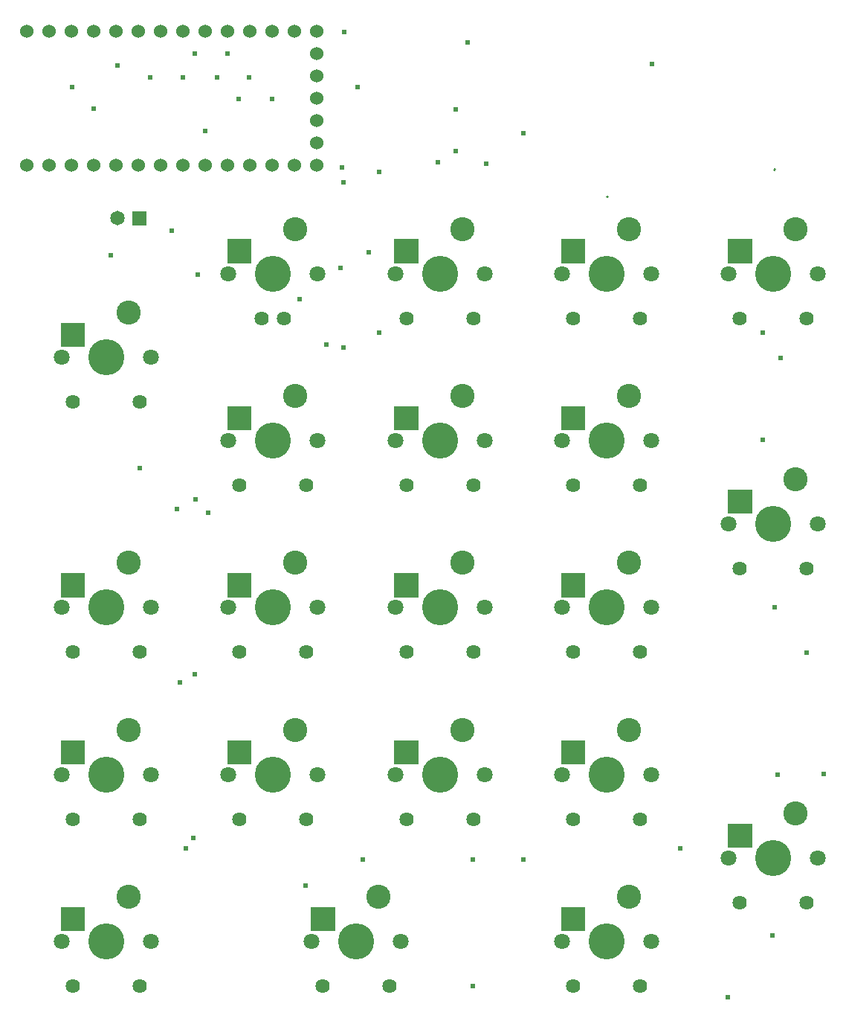
<source format=gbr>
G04 start of page 6 for group 7 idx 7 *
G04 Title: SFT-HW-0023, spare *
G04 Creator: pcb 20110918 *
G04 CreationDate: Fri 17 Apr 2015 10:20:39 PM GMT UTC *
G04 For: tgack *
G04 Format: Gerber/RS-274X *
G04 PCB-Dimensions: 380630 455118 *
G04 PCB-Coordinate-Origin: lower left *
%MOIN*%
%FSLAX25Y25*%
%LNGROUP7*%
%ADD78C,0.1575*%
%ADD77C,0.1440*%
%ADD76C,0.0430*%
%ADD75C,0.0400*%
%ADD74C,0.0669*%
%ADD73C,0.0350*%
%ADD72C,0.0120*%
%ADD71C,0.0240*%
%ADD70C,0.1615*%
%ADD69C,0.0650*%
%ADD68C,0.0001*%
%ADD67C,0.0640*%
%ADD66C,0.1080*%
%ADD65C,0.0709*%
%ADD64C,0.0600*%
%ADD63C,0.0100*%
G54D63*X265157Y375000D02*X264961Y375197D01*
X339961Y387205D02*X340157Y387401D01*
G54D64*X5000Y389118D03*
X15000D03*
X25000D03*
X35000D03*
X45000D03*
G54D65*X60551Y303149D03*
G54D66*X50551Y323149D03*
G54D67*X55551Y283149D03*
G54D68*G36*
X20151Y318549D02*Y307749D01*
X30951D01*
Y318549D01*
X20151D01*
G37*
G36*
X52222Y368525D02*Y362025D01*
X58722D01*
Y368525D01*
X52222D01*
G37*
G54D69*X45472Y365275D03*
G54D64*X55000Y389118D03*
X65000D03*
X75000D03*
X85000D03*
X95000D03*
X105000D03*
X115000Y449118D03*
X105000D03*
X95000D03*
X85000D03*
X75000D03*
X65000D03*
X55000D03*
X45000D03*
X35000D03*
X25000D03*
X15000D03*
X5000D03*
G54D70*X115354Y340551D03*
G54D67*X120354Y320551D03*
X110354D03*
G54D66*X125354Y285748D03*
G54D65*X95354Y340551D03*
G54D68*G36*
X94954Y355951D02*Y345151D01*
X105754D01*
Y355951D01*
X94954D01*
G37*
G54D65*X95354Y265748D03*
G54D68*G36*
X94954Y281148D02*Y270348D01*
X105754D01*
Y281148D01*
X94954D01*
G37*
G54D67*X100354Y245748D03*
G54D70*X40551Y303149D03*
Y190945D03*
Y116142D03*
Y41338D03*
G54D65*X20551Y303149D03*
G54D67*X25551Y283149D03*
G54D65*X60551Y190945D03*
G54D66*X50551Y210945D03*
G54D67*X55551Y170945D03*
G54D65*X60551Y116142D03*
G54D66*X50551Y136142D03*
G54D65*X20551Y190945D03*
G54D68*G36*
X20151Y206345D02*Y195545D01*
X30951D01*
Y206345D01*
X20151D01*
G37*
G54D67*X25551Y170945D03*
G54D65*X20551Y116142D03*
G54D68*G36*
X20151Y131542D02*Y120742D01*
X30951D01*
Y131542D01*
X20151D01*
G37*
G54D67*X55551Y96142D03*
G54D65*X60551Y41338D03*
G54D66*X50551Y61338D03*
G54D67*X55551Y21338D03*
X25551Y96142D03*
G54D65*X20551Y41338D03*
G54D68*G36*
X20151Y56738D02*Y45938D01*
X30951D01*
Y56738D01*
X20151D01*
G37*
G54D67*X25551Y21338D03*
G54D70*X115354Y265748D03*
G54D67*X130354Y245748D03*
G54D70*X115354Y190945D03*
G54D66*X125354Y210945D03*
G54D70*X115354Y116142D03*
G54D66*X125354Y136142D03*
G54D65*X95354Y190945D03*
G54D67*X100354Y170945D03*
G54D65*X95354Y116142D03*
G54D68*G36*
X94954Y131542D02*Y120742D01*
X105754D01*
Y131542D01*
X94954D01*
G37*
G54D67*X100354Y96142D03*
G54D65*X135354Y190945D03*
G54D67*X130354Y170945D03*
G54D68*G36*
X94954Y206345D02*Y195545D01*
X105754D01*
Y206345D01*
X94954D01*
G37*
G54D65*X135354Y116142D03*
G54D67*X130354Y96142D03*
G54D65*X132756Y41338D03*
G54D68*G36*
X132356Y56738D02*Y45938D01*
X143156D01*
Y56738D01*
X132356D01*
G37*
G54D67*X137756Y21338D03*
G54D70*X264961Y190945D03*
X190157D03*
G54D65*X170157D03*
X210157D03*
G54D68*G36*
X169757Y206345D02*Y195545D01*
X180557D01*
Y206345D01*
X169757D01*
G37*
G54D66*X200157Y210945D03*
G54D65*X244961Y190945D03*
G54D67*X249961Y170945D03*
X205157D03*
X175157D03*
G54D65*X284961Y190945D03*
G54D66*X274961Y210945D03*
G54D67*X279961Y170945D03*
G54D65*X284961Y265748D03*
G54D66*X274961Y285748D03*
G54D67*X279961Y245748D03*
G54D68*G36*
X244561Y206345D02*Y195545D01*
X255361D01*
Y206345D01*
X244561D01*
G37*
G54D70*X264961Y265748D03*
G54D65*X244961D03*
G54D68*G36*
X244561Y281148D02*Y270348D01*
X255361D01*
Y281148D01*
X244561D01*
G37*
G54D67*X249961Y245748D03*
G54D70*X339764Y228346D03*
G54D65*X359764D03*
G54D66*X349764Y248346D03*
G54D67*X354764Y208346D03*
G54D65*X319764Y228346D03*
G54D68*G36*
X319364Y243746D02*Y232946D01*
X330164D01*
Y243746D01*
X319364D01*
G37*
G54D67*X324764Y208346D03*
G54D65*X244961Y41338D03*
G54D67*X279961Y21338D03*
X249961D03*
G54D70*X264961Y41338D03*
G54D65*X284961D03*
G54D68*G36*
X244561Y56738D02*Y45938D01*
X255361D01*
Y56738D01*
X244561D01*
G37*
G54D66*X274961Y61338D03*
G54D70*X339764Y78740D03*
G54D65*X319764D03*
G54D67*X324764Y58740D03*
G54D65*X359764Y78740D03*
G54D66*X349764Y98740D03*
G54D67*X354764Y58740D03*
G54D68*G36*
X319364Y94140D02*Y83340D01*
X330164D01*
Y94140D01*
X319364D01*
G37*
G54D70*X190157Y116142D03*
G54D65*X210157D03*
G54D66*X200157Y136142D03*
G54D67*X205157Y96142D03*
G54D65*X170157Y116142D03*
G54D68*G36*
X169757Y131542D02*Y120742D01*
X180557D01*
Y131542D01*
X169757D01*
G37*
G54D67*X175157Y96142D03*
G54D70*X264961Y116142D03*
G54D65*X244961D03*
X284961D03*
G54D67*X279961Y96142D03*
G54D68*G36*
X244561Y131542D02*Y120742D01*
X255361D01*
Y131542D01*
X244561D01*
G37*
G54D67*X249961Y96142D03*
G54D66*X274961Y136142D03*
G54D70*X152756Y41338D03*
G54D65*X172756D03*
G54D66*X162756Y61338D03*
G54D67*X167756Y21338D03*
G54D64*X115000Y389118D03*
X125000D03*
X135000D03*
Y399118D03*
Y409118D03*
Y419118D03*
Y429118D03*
G54D65*X135354Y265748D03*
G54D64*X135000Y439118D03*
Y449118D03*
X125000D03*
G54D65*X135354Y340551D03*
G54D66*X125354Y360551D03*
G54D70*X190157Y340551D03*
G54D65*X210157D03*
G54D66*X200157Y360551D03*
G54D67*X205157Y320551D03*
G54D65*X170157Y340551D03*
G54D68*G36*
X169757Y355951D02*Y345151D01*
X180557D01*
Y355951D01*
X169757D01*
G37*
G54D67*X175157Y320551D03*
G54D70*X264961Y340551D03*
G54D65*X244961D03*
G54D68*G36*
X244561Y355951D02*Y345151D01*
X255361D01*
Y355951D01*
X244561D01*
G37*
G54D67*X249961Y320551D03*
G54D70*X190157Y265748D03*
G54D65*X210157D03*
G54D66*X200157Y285748D03*
G54D67*X205157Y245748D03*
G54D65*X170157Y265748D03*
G54D68*G36*
X169757Y281148D02*Y270348D01*
X180557D01*
Y281148D01*
X169757D01*
G37*
G54D67*X175157Y245748D03*
G54D65*X284961Y340551D03*
G54D67*X279961Y320551D03*
G54D66*X274961Y360551D03*
X349764D03*
G54D70*X339764Y340551D03*
G54D65*X319764D03*
X359764D03*
G54D68*G36*
X319364Y355951D02*Y345151D01*
X330164D01*
Y355951D01*
X319364D01*
G37*
G54D67*X354764Y320551D03*
X324764D03*
G54D71*X73622Y157480D03*
X55512Y253543D03*
X72441Y235039D03*
X80709Y239370D03*
X80315Y161024D03*
X86220Y233464D03*
X127165Y329134D03*
X25197Y424016D03*
X104724Y428346D03*
X100000Y418898D03*
X114961D03*
X85039Y404331D03*
X81496Y340157D03*
X80315Y438976D03*
X94882D03*
X90157Y428346D03*
X42520Y348819D03*
X35039Y414567D03*
X45669Y433858D03*
X60236Y428346D03*
X74803D03*
X70079Y359842D03*
X205118Y21260D03*
X76378Y83071D03*
X129921Y66535D03*
X205118Y77953D03*
X155512D03*
X354724Y170866D03*
X298031Y83071D03*
X339370Y44094D03*
X341732Y116142D03*
X362205Y116535D03*
X319291Y16535D03*
X227559Y77953D03*
X79528Y87795D03*
X340157Y190945D03*
X335039Y314173D03*
Y266142D03*
X342913Y302756D03*
X146850Y307480D03*
X158268Y350000D03*
X162992Y314173D03*
X145669Y342913D03*
X139370Y308661D03*
X189370Y390551D03*
X197244Y414173D03*
Y395275D03*
X202756Y444094D03*
X211024Y389764D03*
X285433Y434252D03*
X227559Y403543D03*
X162992Y386220D03*
X146850Y381496D03*
X153150Y424016D03*
X146457Y388189D03*
X147244Y448819D03*
G54D72*G54D73*G54D74*G54D64*G54D75*G54D64*G54D76*G54D77*G54D73*G54D78*G54D75*G54D64*G54D74*G54D64*G54D74*G54D64*G54D75*G54D78*G54D74*G54D75*G54D77*G54D74*G54D64*G54D75*G54D74*G54D64*G54D74*G54D64*G54D75*G54D74*G54D64*G54D75*G54D74*G54D64*G54D75*G54D74*G54D64*G54D75*G54D78*G54D75*G54D78*G54D64*G54D78*G54D64*G54D74*G54D75*G54D74*G54D64*G54D75*G54D77*G54D74*G54D75*G54D64*G54D74*G54D75*G54D74*G54D64*G54D75*G54D78*G54D74*G54D64*G54D74*G54D75*G54D74*G54D64*G54D75*G54D74*G54D64*G54D75*G54D64*G54D78*G54D74*G54D64*G54D75*G54D78*G54D74*G54D64*G54D75*G54D74*G54D64*G54D75*G54D74*G54D75*G54D78*G54D74*G54D64*G54D78*G54D74*G54D75*G54D74*G54D64*G54D75*G54D77*G54D64*G54D78*G54D74*G54D64*G54D75*G54D74*G54D64*G54D75*G54D78*G54D74*G54D75*G54D64*G54D75*G54D64*G54D78*G54D74*G54D64*G54D75*G54D73*G54D74*G54D73*G54D74*G54D64*G54D78*G54D74*G54D64*G54D75*G54D74*G54D64*G54D75*G54D78*G54D74*G54D64*G54D75*G54D78*G54D74*G54D64*G54D75*G54D74*G54D64*G54D75*G54D74*G54D75*G54D64*G54D78*G54D74*G54D64*G54D75*G54D77*M02*

</source>
